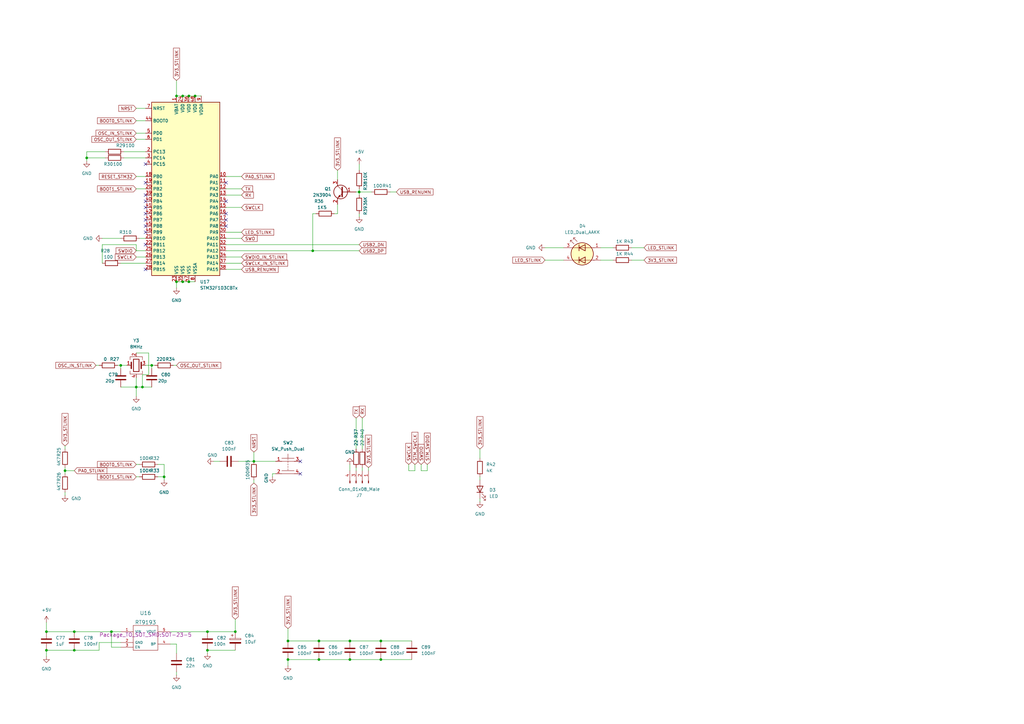
<source format=kicad_sch>
(kicad_sch (version 20211123) (generator eeschema)
  (paper "A3")
  (lib_symbols
    (symbol "Connector:Conn_01x04_Male" (pin_names (offset 1.016) hide)
      (property "Reference" "J" (at 0 5.08 0))
      (property "Value" "Conn_01x04_Male" (at 0 -7.62 0))
      (symbol "Conn_01x04_Male_1_1"
        (polyline (pts (xy 1.27 -5.08) (xy 0.8636 -5.08)) (stroke (width 0.1524)))
        (polyline (pts (xy 1.27 -2.54) (xy 0.8636 -2.54)) (stroke (width 0.1524)))
        (polyline (pts (xy 1.27 0) (xy 0.8636 0)) (stroke (width 0.1524)))
        (polyline (pts (xy 1.27 2.54) (xy 0.8636 2.54)) (stroke (width 0.1524)))
        (rectangle (start 0.8636 -4.953) (end 0 -5.207) (stroke (width 0.1524)) (fill (type outline)))
        (rectangle (start 0.8636 -2.413) (end 0 -2.667) (stroke (width 0.1524)) (fill (type outline)))
        (rectangle (start 0.8636 0.127) (end 0 -0.127) (stroke (width 0.1524)) (fill (type outline)))
        (rectangle (start 0.8636 2.667) (end 0 2.413) (stroke (width 0.1524)) (fill (type outline)))
        (pin passive line (at 5.08 2.54 180) (length 3.81) (name "Pin_1") (number "1"))
        (pin passive line (at 5.08 0 180) (length 3.81) (name "Pin_2") (number "2"))
        (pin passive line (at 5.08 -2.54 180) (length 3.81) (name "Pin_3") (number "3"))
        (pin passive line (at 5.08 -5.08 180) (length 3.81) (name "Pin_4") (number "4"))
      )
    )
    (symbol "Device:C" (pin_numbers hide) (pin_names (offset 0.254))
      (property "Reference" "C" (at 0.635 2.54 0))
      (property "Value" "C" (at 0.635 -2.54 0))
      (symbol "C_0_1"
        (polyline (pts (xy -2.032 -0.762) (xy 2.032 -0.762)) (stroke (width 0.508)))
        (polyline (pts (xy -2.032 0.762) (xy 2.032 0.762)) (stroke (width 0.508)))
      )
      (symbol "C_1_1"
        (pin passive line (at 0 3.81 270) (length 2.794) (name "~") (number "1"))
        (pin passive line (at 0 -3.81 90) (length 2.794) (name "~") (number "2"))
      )
    )
    (symbol "Device:C_Polarized" (pin_numbers hide) (pin_names (offset 0.254))
      (property "Reference" "C" (at 0.635 2.54 0))
      (property "Value" "C_Polarized" (at 0.635 -2.54 0))
      (symbol "C_Polarized_0_1"
        (rectangle (start -2.286 0.508) (end 2.286 1.016))
        (polyline (pts (xy -1.778 2.286) (xy -0.762 2.286)))
        (polyline (pts (xy -1.27 2.794) (xy -1.27 1.778)))
        (rectangle (start 2.286 -0.508) (end -2.286 -1.016) (fill (type outline)))
      )
      (symbol "C_Polarized_1_1"
        (pin passive line (at 0 3.81 270) (length 2.794) (name "~") (number "1"))
        (pin passive line (at 0 -3.81 90) (length 2.794) (name "~") (number "2"))
      )
    )
    (symbol "Device:Crystal_GND24" (pin_names (offset 1.016) hide)
      (property "Reference" "Y" (at 3.175 5.08 0))
      (property "Value" "Crystal_GND24" (at 3.175 3.175 0))
      (symbol "Crystal_GND24_0_1"
        (rectangle (start -1.143 2.54) (end 1.143 -2.54) (stroke (width 0.3048)))
        (polyline (pts (xy -2.54 0) (xy -2.032 0)))
        (polyline (pts (xy -2.032 -1.27) (xy -2.032 1.27)) (stroke (width 0.508)))
        (polyline (pts (xy 0 -3.81) (xy 0 -3.556)))
        (polyline (pts (xy 0 3.556) (xy 0 3.81)))
        (polyline (pts (xy 2.032 -1.27) (xy 2.032 1.27)) (stroke (width 0.508)))
        (polyline (pts (xy 2.032 0) (xy 2.54 0)))
        (polyline (pts (xy -2.54 -2.286) (xy -2.54 -3.556) (xy 2.54 -3.556) (xy 2.54 -2.286)))
        (polyline (pts (xy -2.54 2.286) (xy -2.54 3.556) (xy 2.54 3.556) (xy 2.54 2.286)))
      )
      (symbol "Crystal_GND24_1_1"
        (pin passive line (at -3.81 0 0) (length 1.27) (name "1") (number "1"))
        (pin passive line (at 0 5.08 270) (length 1.27) (name "2") (number "2"))
        (pin passive line (at 3.81 0 180) (length 1.27) (name "3") (number "3"))
        (pin passive line (at 0 -5.08 90) (length 1.27) (name "4") (number "4"))
      )
    )
    (symbol "Device:LED" (pin_numbers hide) (pin_names (offset 1.016) hide)
      (property "Reference" "D" (at 0 2.54 0))
      (property "Value" "LED" (at 0 -2.54 0))
      (symbol "LED_0_1"
        (polyline (pts (xy -1.27 -1.27) (xy -1.27 1.27)) (stroke (width 0.254)))
        (polyline (pts (xy -1.27 0) (xy 1.27 0)))
        (polyline (pts (xy 1.27 -1.27) (xy 1.27 1.27) (xy -1.27 0) (xy 1.27 -1.27)) (stroke (width 0.254)))
        (polyline (pts (xy -3.048 -0.762) (xy -4.572 -2.286) (xy -3.81 -2.286) (xy -4.572 -2.286) (xy -4.572 -1.524)))
        (polyline (pts (xy -1.778 -0.762) (xy -3.302 -2.286) (xy -2.54 -2.286) (xy -3.302 -2.286) (xy -3.302 -1.524)))
      )
      (symbol "LED_1_1"
        (pin passive line (at -3.81 0 0) (length 2.54) (name "K") (number "1"))
        (pin passive line (at 3.81 0 180) (length 2.54) (name "A") (number "2"))
      )
    )
    (symbol "Device:LED_Dual_AAKK" (pin_names (offset 0) hide)
      (property "Reference" "D" (at 0 5.715 0))
      (property "Value" "LED_Dual_AAKK" (at 0 -6.35 0))
      (symbol "LED_Dual_AAKK_0_1"
        (polyline (pts (xy -5.08 -2.54) (xy 2.032 -2.54)))
        (polyline (pts (xy -5.08 2.54) (xy 2.032 2.54)))
        (polyline (pts (xy 1.27 -1.27) (xy 1.27 -3.81)) (stroke (width 0.254)))
        (polyline (pts (xy 1.27 3.81) (xy 1.27 1.27)) (stroke (width 0.254)))
        (polyline (pts (xy 3.81 -2.54) (xy 1.905 -2.54)))
        (polyline (pts (xy 3.81 2.54) (xy 1.905 2.54)))
        (polyline (pts (xy -1.27 -1.27) (xy -1.27 -3.81) (xy 1.27 -2.54) (xy -1.27 -1.27)) (stroke (width 0.254)))
        (polyline (pts (xy -1.27 3.81) (xy -1.27 1.27) (xy 1.27 2.54) (xy -1.27 3.81)) (stroke (width 0.254)))
        (polyline (pts (xy 2.032 5.08) (xy 3.556 6.604) (xy 2.794 6.604) (xy 3.556 6.604) (xy 3.556 5.842)))
        (polyline (pts (xy 3.302 4.064) (xy 4.826 5.588) (xy 4.064 5.588) (xy 4.826 5.588) (xy 4.826 4.826)))
        (circle (center 0 0) (radius 4.572) (stroke (width 0.254)) (fill (type background)))
      )
      (symbol "LED_Dual_AAKK_1_1"
        (pin input line (at -7.62 2.54 0) (length 3.048) (name "A1") (number "1"))
        (pin input line (at -7.62 -2.54 0) (length 3.048) (name "A2") (number "2"))
        (pin input line (at 7.62 2.54 180) (length 3.81) (name "K1") (number "3"))
        (pin input line (at 7.62 -2.54 180) (length 3.81) (name "K2") (number "4"))
      )
    )
    (symbol "Device:R" (pin_numbers hide) (pin_names (offset 0))
      (property "Reference" "R" (at 2.032 0 90))
      (property "Value" "R" (at 0 0 90))
      (symbol "R_0_1"
        (rectangle (start -1.016 -2.54) (end 1.016 2.54) (stroke (width 0.254)))
      )
      (symbol "R_1_1"
        (pin passive line (at 0 3.81 270) (length 1.27) (name "~") (number "1"))
        (pin passive line (at 0 -3.81 90) (length 1.27) (name "~") (number "2"))
      )
    )
    (symbol "MCU_ST_STM32F1:STM32F103CBTx"
      (property "Reference" "U" (at -15.24 36.83 0))
      (property "Value" "STM32F103CBTx" (at 7.62 36.83 0))
      (symbol "STM32F103CBTx_0_1"
        (rectangle (start -15.24 -35.56) (end 12.7 35.56) (stroke (width 0.254)) (fill (type background)))
      )
      (symbol "STM32F103CBTx_1_1"
        (pin power_in line (at -5.08 38.1 270) (length 2.54) (name "VBAT") (number "1"))
        (pin bidirectional line (at 15.24 5.08 180) (length 2.54) (name "PA0") (number "10"))
        (pin bidirectional line (at 15.24 2.54 180) (length 2.54) (name "PA1") (number "11"))
        (pin bidirectional line (at 15.24 0 180) (length 2.54) (name "PA2") (number "12"))
        (pin bidirectional line (at 15.24 -2.54 180) (length 2.54) (name "PA3") (number "13"))
        (pin bidirectional line (at 15.24 -5.08 180) (length 2.54) (name "PA4") (number "14"))
        (pin bidirectional line (at 15.24 -7.62 180) (length 2.54) (name "PA5") (number "15"))
        (pin bidirectional line (at 15.24 -10.16 180) (length 2.54) (name "PA6") (number "16"))
        (pin bidirectional line (at 15.24 -12.7 180) (length 2.54) (name "PA7") (number "17"))
        (pin bidirectional line (at -17.78 5.08 0) (length 2.54) (name "PB0") (number "18"))
        (pin bidirectional line (at -17.78 2.54 0) (length 2.54) (name "PB1") (number "19"))
        (pin bidirectional line (at -17.78 15.24 0) (length 2.54) (name "PC13") (number "2"))
        (pin bidirectional line (at -17.78 0 0) (length 2.54) (name "PB2") (number "20"))
        (pin bidirectional line (at -17.78 -20.32 0) (length 2.54) (name "PB10") (number "21"))
        (pin bidirectional line (at -17.78 -22.86 0) (length 2.54) (name "PB11") (number "22"))
        (pin power_in line (at -5.08 -38.1 90) (length 2.54) (name "VSS") (number "23"))
        (pin power_in line (at -2.54 38.1 270) (length 2.54) (name "VDD") (number "24"))
        (pin bidirectional line (at -17.78 -25.4 0) (length 2.54) (name "PB12") (number "25"))
        (pin bidirectional line (at -17.78 -27.94 0) (length 2.54) (name "PB13") (number "26"))
        (pin bidirectional line (at -17.78 -30.48 0) (length 2.54) (name "PB14") (number "27"))
        (pin bidirectional line (at -17.78 -33.02 0) (length 2.54) (name "PB15") (number "28"))
        (pin bidirectional line (at 15.24 -15.24 180) (length 2.54) (name "PA8") (number "29"))
        (pin bidirectional line (at -17.78 12.7 0) (length 2.54) (name "PC14") (number "3"))
        (pin bidirectional line (at 15.24 -17.78 180) (length 2.54) (name "PA9") (number "30"))
        (pin bidirectional line (at 15.24 -20.32 180) (length 2.54) (name "PA10") (number "31"))
        (pin bidirectional line (at 15.24 -22.86 180) (length 2.54) (name "PA11") (number "32"))
        (pin bidirectional line (at 15.24 -25.4 180) (length 2.54) (name "PA12") (number "33"))
        (pin bidirectional line (at 15.24 -27.94 180) (length 2.54) (name "PA13") (number "34"))
        (pin power_in line (at -2.54 -38.1 90) (length 2.54) (name "VSS") (number "35"))
        (pin power_in line (at 0 38.1 270) (length 2.54) (name "VDD") (number "36"))
        (pin bidirectional line (at 15.24 -30.48 180) (length 2.54) (name "PA14") (number "37"))
        (pin bidirectional line (at 15.24 -33.02 180) (length 2.54) (name "PA15") (number "38"))
        (pin bidirectional line (at -17.78 -2.54 0) (length 2.54) (name "PB3") (number "39"))
        (pin bidirectional line (at -17.78 10.16 0) (length 2.54) (name "PC15") (number "4"))
        (pin bidirectional line (at -17.78 -5.08 0) (length 2.54) (name "PB4") (number "40"))
        (pin bidirectional line (at -17.78 -7.62 0) (length 2.54) (name "PB5") (number "41"))
        (pin bidirectional line (at -17.78 -10.16 0) (length 2.54) (name "PB6") (number "42"))
        (pin bidirectional line (at -17.78 -12.7 0) (length 2.54) (name "PB7") (number "43"))
        (pin input line (at -17.78 27.94 0) (length 2.54) (name "BOOT0") (number "44"))
        (pin bidirectional line (at -17.78 -15.24 0) (length 2.54) (name "PB8") (number "45"))
        (pin bidirectional line (at -17.78 -17.78 0) (length 2.54) (name "PB9") (number "46"))
        (pin power_in line (at 0 -38.1 90) (length 2.54) (name "VSS") (number "47"))
        (pin power_in line (at 2.54 38.1 270) (length 2.54) (name "VDD") (number "48"))
        (pin input line (at -17.78 22.86 0) (length 2.54) (name "PD0") (number "5"))
        (pin input line (at -17.78 20.32 0) (length 2.54) (name "PD1") (number "6"))
        (pin input line (at -17.78 33.02 0) (length 2.54) (name "NRST") (number "7"))
        (pin power_in line (at 2.54 -38.1 90) (length 2.54) (name "VSSA") (number "8"))
        (pin power_in line (at 5.08 38.1 270) (length 2.54) (name "VDDA") (number "9"))
      )
    )
    (symbol "Switch:SW_Push_Dual_4" (pin_names (offset 1.016) hide)
      (property "Reference" "SW6" (at -3.81 16.51 90))
      (property "Value" "SW_Push_Dual_4" (at 1.27 21.59 90))
      (symbol "SW_Push_Dual_4_0_1"
        (polyline (pts (xy -2.54 -5.08) (xy 2.54 -5.08)))
        (polyline (pts (xy -2.54 0) (xy 2.54 0)))
        (polyline (pts (xy 0 -3.048) (xy 0 -3.556)))
        (polyline (pts (xy 0 -2.032) (xy 0 -2.54)))
        (polyline (pts (xy 0 -1.524) (xy 0 -1.016)))
        (polyline (pts (xy 0 -0.508) (xy 0 0)))
        (polyline (pts (xy 0 0.508) (xy 0 1.016)))
        (polyline (pts (xy 0 1.27) (xy 0 3.048)))
        (polyline (pts (xy 2.54 -3.81) (xy -2.54 -3.81)))
        (polyline (pts (xy 2.54 1.27) (xy -2.54 1.27)))
        (pin passive line (at -5.08 0 0) (length 2.54) (name "1") (number "1"))
        (pin passive line (at -5.08 -5.08 0) (length 2.54) (name "2") (number "2"))
        (pin passive line (at 5.08 0 180) (length 2.54) (name "3") (number "3"))
        (pin passive line (at 5.08 -5.08 180) (length 2.54) (name "4") (number "4"))
      )
    )
    (symbol "TX0RX0:RT9193" (pin_names (offset 0.762))
      (property "Reference" "U" (at -2.54 7.62 0))
      (property "Value" "RT9193" (at 0 5.08 0))
      (property "Datasheet" "www.richtek.com/download_ds.jsp?s=248" (at 0 0 0))
      (symbol "RT9193_0_1"
        (rectangle (start -5.08 3.81) (end 5.08 -6.35))
      )
      (symbol "RT9193_1_1"
        (pin input line (at -10.16 1.27 0) (length 5.08) (name "VIN") (number "1"))
        (pin input line (at -10.16 -3.175 0) (length 5.08) (name "GND") (number "2"))
        (pin input line (at -10.16 -5.08 0) (length 5.08) (name "EN") (number "3"))
        (pin power_out line (at 10.16 -3.81 180) (length 5.08) (name "BP") (number "4"))
        (pin power_out line (at 10.16 1.27 180) (length 5.08) (name "VOUT") (number "5"))
      )
    )
    (symbol "Transistor_BJT:BC817" (pin_names (offset 0) hide)
      (property "Reference" "Q" (at 5.08 1.905 0))
      (property "Value" "BC817" (at 5.08 0 0))
      (symbol "BC817_0_1"
        (polyline (pts (xy 0.635 0.635) (xy 2.54 2.54)))
        (polyline (pts (xy 0.635 -0.635) (xy 2.54 -2.54) (xy 2.54 -2.54)))
        (polyline (pts (xy 0.635 1.905) (xy 0.635 -1.905) (xy 0.635 -1.905)) (stroke (width 0.508)))
        (polyline (pts (xy 1.27 -1.778) (xy 1.778 -1.27) (xy 2.286 -2.286) (xy 1.27 -1.778) (xy 1.27 -1.778)) (fill (type outline)))
        (circle (center 1.27 0) (radius 2.8194) (stroke (width 0.254)))
      )
      (symbol "BC817_1_1"
        (pin input line (at -5.08 0 0) (length 5.715) (name "B") (number "1"))
        (pin passive line (at 2.54 -5.08 90) (length 2.54) (name "E") (number "2"))
        (pin passive line (at 2.54 5.08 270) (length 2.54) (name "C") (number "3"))
      )
    )
    (symbol "power:+5V" (power) (pin_names (offset 0))
      (property "Value" "+5V" (at 0 3.556 0))
      (symbol "+5V_0_1"
        (polyline (pts (xy -0.762 1.27) (xy 0 2.54)))
        (polyline (pts (xy 0 0) (xy 0 2.54)))
        (polyline (pts (xy 0 2.54) (xy 0.762 1.27)))
      )
      (symbol "+5V_1_1"
        (pin power_in line (at 0 0 90) (length 0) hide (name "+5V") (number "1"))
      )
    )
    (symbol "power:GND" (power) (pin_names (offset 0))
      (property "Value" "GND" (at 0 -3.81 0))
      (symbol "GND_0_1"
        (polyline (pts (xy 0 0) (xy 0 -1.27) (xy 1.27 -1.27) (xy 0 -2.54) (xy -1.27 -1.27) (xy 0 -1.27)))
      )
      (symbol "GND_1_1"
        (pin power_in line (at 0 0 270) (length 0) hide (name "GND") (number "1"))
      )
    )
  )
  (junction (at 77.47 39.37))
  (junction (at 72.39 115.57))
  (junction (at 72.39 39.37))
  (junction (at 104.14 189.23))
  (junction (at 67.31 195.58))
  (junction (at 143.51 270.51))
  (junction (at 26.67 193.04))
  (junction (at 96.52 259.08))
  (junction (at 85.09 266.7))
  (junction (at 130.81 270.51))
  (junction (at 74.93 39.37))
  (junction (at 55.88 158.75))
  (junction (at 118.11 270.51))
  (junction (at 19.05 259.08))
  (junction (at 156.21 270.51))
  (junction (at 143.51 262.89))
  (junction (at 118.11 262.89))
  (junction (at 147.32 78.74))
  (junction (at 35.56 64.77))
  (junction (at 130.81 262.89))
  (junction (at 49.53 149.86))
  (junction (at 74.93 115.57))
  (junction (at 45.72 259.08))
  (junction (at 30.48 266.7))
  (junction (at 85.09 259.08))
  (junction (at 77.47 115.57))
  (junction (at 156.21 262.89))
  (junction (at 19.05 266.7))
  (junction (at 62.23 149.86))
  (junction (at 128.27 102.87))
  (junction (at 80.01 39.37))
  (junction (at 58.42 158.75))
  (junction (at 30.48 259.08))
  (no_connect (at 123.19 189.23))
  (no_connect (at 123.19 194.31))
  (no_connect (at 59.69 100.33))
  (no_connect (at 59.69 87.63))
  (no_connect (at 59.69 95.25))
  (no_connect (at 59.69 92.71))
  (no_connect (at 59.69 90.17))
  (no_connect (at 59.69 110.49))
  (no_connect (at 59.69 74.93))
  (no_connect (at 59.69 82.55))
  (no_connect (at 59.69 80.01))
  (no_connect (at 59.69 85.09))
  (no_connect (at 92.71 90.17))
  (no_connect (at 92.71 92.71))
  (no_connect (at 92.71 87.63))
  (no_connect (at 92.71 82.55))
  (no_connect (at 92.71 74.93))
  (no_connect (at 59.69 67.31))
  (wire (pts (xy 60.96 144.78) (xy 60.96 153.67)))
  (wire (pts (xy 55.88 54.61) (xy 59.69 54.61)))
  (wire (pts (xy 130.81 262.89) (xy 143.51 262.89)))
  (wire (pts (xy 143.51 270.51) (xy 156.21 270.51)))
  (wire (pts (xy 223.52 106.68) (xy 231.14 106.68)))
  (wire (pts (xy 19.05 266.7) (xy 30.48 266.7)))
  (wire (pts (xy 92.71 110.49) (xy 99.06 110.49)))
  (wire (pts (xy 246.38 101.6) (xy 251.46 101.6)))
  (wire (pts (xy 147.32 77.47) (xy 147.32 78.74)))
  (wire (pts (xy 55.88 77.47) (xy 59.69 77.47)))
  (wire (pts (xy 146.05 191.77) (xy 146.05 193.04)))
  (wire (pts (xy 72.39 264.16) (xy 72.39 267.97)))
  (wire (pts (xy 58.42 158.75) (xy 62.23 158.75)))
  (wire (pts (xy 49.53 107.95) (xy 59.69 107.95)))
  (wire (pts (xy 118.11 270.51) (xy 118.11 273.05)))
  (wire (pts (xy 55.88 144.78) (xy 60.96 144.78)))
  (wire (pts (xy 49.53 158.75) (xy 55.88 158.75)))
  (wire (pts (xy 167.64 193.04) (xy 170.18 193.04)))
  (wire (pts (xy 35.56 62.23) (xy 43.18 62.23)))
  (wire (pts (xy 259.08 101.6) (xy 264.16 101.6)))
  (wire (pts (xy 57.15 97.79) (xy 59.69 97.79)))
  (wire (pts (xy 72.39 115.57) (xy 72.39 118.11)))
  (wire (pts (xy 55.88 102.87) (xy 55.88 100.33)))
  (wire (pts (xy 92.71 97.79) (xy 99.06 97.79)))
  (wire (pts (xy 55.88 154.94) (xy 55.88 158.75)))
  (wire (pts (xy 55.88 102.87) (xy 59.69 102.87)))
  (wire (pts (xy 72.39 33.02) (xy 72.39 39.37)))
  (wire (pts (xy 64.77 195.58) (xy 67.31 195.58)))
  (wire (pts (xy 156.21 270.51) (xy 168.91 270.51)))
  (wire (pts (xy 35.56 66.04) (xy 35.56 64.77)))
  (wire (pts (xy 160.02 78.74) (xy 162.56 78.74)))
  (wire (pts (xy 62.23 149.86) (xy 62.23 151.13)))
  (wire (pts (xy 118.11 262.89) (xy 130.81 262.89)))
  (wire (pts (xy 55.88 57.15) (xy 59.69 57.15)))
  (wire (pts (xy 196.85 204.47) (xy 196.85 205.74)))
  (wire (pts (xy 129.54 87.63) (xy 128.27 87.63)))
  (wire (pts (xy 69.85 264.16) (xy 72.39 264.16)))
  (wire (pts (xy 111.76 194.31) (xy 113.03 194.31)))
  (wire (pts (xy 104.14 185.42) (xy 104.14 189.23)))
  (wire (pts (xy 67.31 190.5) (xy 67.31 195.58)))
  (wire (pts (xy 30.48 259.08) (xy 45.72 259.08)))
  (wire (pts (xy 148.59 171.45) (xy 148.59 184.15)))
  (wire (pts (xy 40.64 266.7) (xy 30.48 266.7)))
  (wire (pts (xy 55.88 195.58) (xy 57.15 195.58)))
  (wire (pts (xy 49.53 149.86) (xy 52.07 149.86)))
  (wire (pts (xy 19.05 255.27) (xy 19.05 259.08)))
  (wire (pts (xy 26.67 201.93) (xy 26.67 203.2)))
  (wire (pts (xy 97.79 189.23) (xy 104.14 189.23)))
  (wire (pts (xy 55.88 72.39) (xy 59.69 72.39)))
  (wire (pts (xy 69.85 259.08) (xy 85.09 259.08)))
  (wire (pts (xy 130.81 270.51) (xy 143.51 270.51)))
  (wire (pts (xy 26.67 182.88) (xy 26.67 184.15)))
  (wire (pts (xy 74.93 115.57) (xy 77.47 115.57)))
  (wire (pts (xy 175.26 190.5) (xy 175.26 193.04)))
  (wire (pts (xy 72.39 39.37) (xy 74.93 39.37)))
  (wire (pts (xy 196.85 184.15) (xy 196.85 187.96)))
  (wire (pts (xy 60.96 153.67) (xy 58.42 153.67)))
  (wire (pts (xy 118.11 270.51) (xy 130.81 270.51)))
  (wire (pts (xy 85.09 259.08) (xy 96.52 259.08)))
  (wire (pts (xy 45.72 259.08) (xy 45.72 265.43)))
  (wire (pts (xy 151.13 191.77) (xy 151.13 193.04)))
  (wire (pts (xy 111.76 195.58) (xy 111.76 194.31)))
  (wire (pts (xy 147.32 67.31) (xy 147.32 69.85)))
  (wire (pts (xy 45.72 265.43) (xy 49.53 265.43)))
  (wire (pts (xy 92.71 85.09) (xy 99.06 85.09)))
  (wire (pts (xy 167.64 190.5) (xy 167.64 193.04)))
  (wire (pts (xy 50.8 62.23) (xy 59.69 62.23)))
  (wire (pts (xy 259.08 106.68) (xy 264.16 106.68)))
  (wire (pts (xy 147.32 78.74) (xy 146.05 78.74)))
  (wire (pts (xy 172.72 193.04) (xy 175.26 193.04)))
  (wire (pts (xy 92.71 77.47) (xy 99.06 77.47)))
  (wire (pts (xy 19.05 259.08) (xy 30.48 259.08)))
  (wire (pts (xy 55.88 158.75) (xy 55.88 162.56)))
  (wire (pts (xy 35.56 64.77) (xy 35.56 62.23)))
  (wire (pts (xy 58.42 153.67) (xy 58.42 158.75)))
  (wire (pts (xy 55.88 158.75) (xy 58.42 158.75)))
  (wire (pts (xy 246.38 106.68) (xy 251.46 106.68)))
  (wire (pts (xy 39.37 149.86) (xy 40.64 149.86)))
  (wire (pts (xy 72.39 115.57) (xy 74.93 115.57)))
  (wire (pts (xy 85.09 266.7) (xy 96.52 266.7)))
  (wire (pts (xy 55.88 49.53) (xy 59.69 49.53)))
  (wire (pts (xy 147.32 78.74) (xy 152.4 78.74)))
  (wire (pts (xy 138.43 87.63) (xy 138.43 83.82)))
  (wire (pts (xy 104.14 196.85) (xy 104.14 198.12)))
  (wire (pts (xy 128.27 102.87) (xy 147.32 102.87)))
  (wire (pts (xy 80.01 39.37) (xy 82.55 39.37)))
  (wire (pts (xy 74.93 39.37) (xy 77.47 39.37)))
  (wire (pts (xy 147.32 80.01) (xy 147.32 78.74)))
  (wire (pts (xy 64.77 190.5) (xy 67.31 190.5)))
  (wire (pts (xy 156.21 262.89) (xy 168.91 262.89)))
  (wire (pts (xy 87.63 189.23) (xy 90.17 189.23)))
  (wire (pts (xy 62.23 149.86) (xy 63.5 149.86)))
  (wire (pts (xy 137.16 87.63) (xy 138.43 87.63)))
  (wire (pts (xy 35.56 64.77) (xy 43.18 64.77)))
  (wire (pts (xy 49.53 263.525) (xy 40.64 263.525)))
  (wire (pts (xy 26.67 193.04) (xy 30.48 193.04)))
  (wire (pts (xy 92.71 100.33) (xy 147.32 100.33)))
  (wire (pts (xy 104.14 189.23) (xy 113.03 189.23)))
  (wire (pts (xy 77.47 39.37) (xy 80.01 39.37)))
  (wire (pts (xy 67.31 195.58) (xy 67.31 196.85)))
  (wire (pts (xy 26.67 191.77) (xy 26.67 193.04)))
  (wire (pts (xy 143.51 190.5) (xy 143.51 193.04)))
  (wire (pts (xy 50.8 64.77) (xy 59.69 64.77)))
  (wire (pts (xy 138.43 69.85) (xy 138.43 73.66)))
  (wire (pts (xy 71.12 149.86) (xy 72.39 149.86)))
  (wire (pts (xy 59.69 149.86) (xy 62.23 149.86)))
  (wire (pts (xy 196.85 195.58) (xy 196.85 196.85)))
  (wire (pts (xy 55.88 100.33) (xy 41.91 100.33)))
  (wire (pts (xy 19.05 266.7) (xy 19.05 269.24)))
  (wire (pts (xy 77.47 115.57) (xy 80.01 115.57)))
  (wire (pts (xy 85.09 266.7) (xy 85.09 267.97)))
  (wire (pts (xy 55.88 105.41) (xy 59.69 105.41)))
  (wire (pts (xy 146.05 171.45) (xy 146.05 184.15)))
  (wire (pts (xy 41.91 97.79) (xy 49.53 97.79)))
  (wire (pts (xy 92.71 95.25) (xy 99.06 95.25)))
  (wire (pts (xy 172.72 190.5) (xy 172.72 193.04)))
  (wire (pts (xy 96.52 254) (xy 96.52 259.08)))
  (wire (pts (xy 55.88 44.45) (xy 59.69 44.45)))
  (wire (pts (xy 72.39 275.59) (xy 72.39 276.86)))
  (wire (pts (xy 48.26 149.86) (xy 49.53 149.86)))
  (wire (pts (xy 170.18 190.5) (xy 170.18 193.04)))
  (wire (pts (xy 223.52 101.6) (xy 231.14 101.6)))
  (wire (pts (xy 143.51 262.89) (xy 156.21 262.89)))
  (wire (pts (xy 45.72 259.08) (xy 49.53 259.08)))
  (wire (pts (xy 40.64 263.525) (xy 40.64 266.7)))
  (wire (pts (xy 147.32 87.63) (xy 147.32 88.9)))
  (wire (pts (xy 41.91 100.33) (xy 41.91 107.95)))
  (wire (pts (xy 92.71 105.41) (xy 99.06 105.41)))
  (wire (pts (xy 55.88 190.5) (xy 57.15 190.5)))
  (wire (pts (xy 148.59 191.77) (xy 148.59 193.04)))
  (wire (pts (xy 128.27 87.63) (xy 128.27 102.87)))
  (wire (pts (xy 118.11 257.81) (xy 118.11 262.89)))
  (wire (pts (xy 92.71 107.95) (xy 99.06 107.95)))
  (wire (pts (xy 92.71 80.01) (xy 99.06 80.01)))
  (wire (pts (xy 92.71 102.87) (xy 128.27 102.87)))
  (wire (pts (xy 26.67 193.04) (xy 26.67 194.31)))
  (wire (pts (xy 92.71 72.39) (xy 99.06 72.39)))
  (wire (pts (xy 49.53 149.86) (xy 49.53 151.13)))
  (global_label "3V3_STLINK" (shape input) (at 264.16 106.68 0) (property "Intersheet References" "${INTERSHEET_REFS}" (effects hide)))
  (global_label "3V3_STLINK" (shape input) (at 96.52 254 90) (property "Intersheet References" "${INTERSHEET_REFS}" (effects hide)))
  (global_label "NRST" (shape input) (at 55.88 44.45 180) (property "Intersheet References" "${INTERSHEET_REFS}" (effects hide)))
  (global_label "TX" (shape input) (at 146.05 171.45 90) (property "Intersheet References" "${INTERSHEET_REFS}" (effects hide)))
  (global_label "BOOT0_STLINK" (shape input) (at 55.88 49.53 180) (property "Intersheet References" "${INTERSHEET_REFS}" (effects hide)))
  (global_label "OSC_OUT_STLINK" (shape input) (at 72.39 149.86 0) (property "Intersheet References" "${INTERSHEET_REFS}" (effects hide)))
  (global_label "3V3_STLINK" (shape input) (at 196.85 184.15 90) (property "Intersheet References" "${INTERSHEET_REFS}" (effects hide)))
  (global_label "USB_RENUMN" (shape input) (at 162.56 78.74 0) (property "Intersheet References" "${INTERSHEET_REFS}" (effects hide)))
  (global_label "LED_STLINK" (shape input) (at 99.06 95.25 0) (property "Intersheet References" "${INTERSHEET_REFS}" (effects hide)))
  (global_label "PA0_STLINK" (shape input) (at 30.48 193.04 0) (property "Intersheet References" "${INTERSHEET_REFS}" (effects hide)))
  (global_label "OSC_IN_STLINK" (shape input) (at 55.88 54.61 180) (property "Intersheet References" "${INTERSHEET_REFS}" (effects hide)))
  (global_label "SWDIO" (shape input) (at 55.88 102.87 180) (property "Intersheet References" "${INTERSHEET_REFS}" (effects hide)))
  (global_label "RESET_STM32" (shape input) (at 55.88 72.39 180) (property "Intersheet References" "${INTERSHEET_REFS}" (effects hide)))
  (global_label "BOOT0_STLINK" (shape input) (at 55.88 190.5 180) (property "Intersheet References" "${INTERSHEET_REFS}" (effects hide)))
  (global_label "LED_STLINK" (shape input) (at 223.52 106.68 180) (property "Intersheet References" "${INTERSHEET_REFS}" (effects hide)))
  (global_label "SWCLK" (shape input) (at 167.64 190.5 90) (property "Intersheet References" "${INTERSHEET_REFS}" (effects hide)))
  (global_label "3V3_STLINK" (shape input) (at 118.11 257.81 90) (property "Intersheet References" "${INTERSHEET_REFS}" (effects hide)))
  (global_label "3V3_STLINK" (shape input) (at 72.39 33.02 90) (property "Intersheet References" "${INTERSHEET_REFS}" (effects hide)))
  (global_label "BOOT1_STLINK" (shape input) (at 55.88 195.58 180) (property "Intersheet References" "${INTERSHEET_REFS}" (effects hide)))
  (global_label "SWO" (shape input) (at 99.06 97.79 0) (property "Intersheet References" "${INTERSHEET_REFS}" (effects hide)))
  (global_label "3V3_STLINK" (shape input) (at 104.14 198.12 270) (property "Intersheet References" "${INTERSHEET_REFS}" (effects hide)))
  (global_label "USB_RENUMN" (shape input) (at 99.06 110.49 0) (property "Intersheet References" "${INTERSHEET_REFS}" (effects hide)))
  (global_label "SWDIO_IN_STLINK" (shape input) (at 99.06 105.41 0) (property "Intersheet References" "${INTERSHEET_REFS}" (effects hide)))
  (global_label "3V3_STLINK" (shape input) (at 26.67 182.88 90) (property "Intersheet References" "${INTERSHEET_REFS}" (effects hide)))
  (global_label "SWCLK_IN_STLINK" (shape input) (at 99.06 107.95 0) (property "Intersheet References" "${INTERSHEET_REFS}" (effects hide)))
  (global_label "LED_STLINK" (shape input) (at 264.16 101.6 0) (property "Intersheet References" "${INTERSHEET_REFS}" (effects hide)))
  (global_label "3V3_STLINK" (shape input) (at 138.43 69.85 90) (property "Intersheet References" "${INTERSHEET_REFS}" (effects hide)))
  (global_label "NRST" (shape input) (at 104.14 185.42 90) (property "Intersheet References" "${INTERSHEET_REFS}" (effects hide)))
  (global_label "STM_SWDIO" (shape input) (at 175.26 190.5 90) (property "Intersheet References" "${INTERSHEET_REFS}" (effects hide)))
  (global_label "TX" (shape input) (at 99.06 77.47 0) (property "Intersheet References" "${INTERSHEET_REFS}" (effects hide)))
  (global_label "3V3_STLINK" (shape input) (at 151.13 191.77 90) (property "Intersheet References" "${INTERSHEET_REFS}" (effects hide)))
  (global_label "BOOT1_STLINK" (shape input) (at 55.88 77.47 180) (property "Intersheet References" "${INTERSHEET_REFS}" (effects hide)))
  (global_label "STM_SWCLK" (shape input) (at 170.18 190.5 90) (property "Intersheet References" "${INTERSHEET_REFS}" (effects hide)))
  (global_label "SWCLK" (shape input) (at 55.88 105.41 180) (property "Intersheet References" "${INTERSHEET_REFS}" (effects hide)))
  (global_label "OSC_OUT_STLINK" (shape input) (at 55.88 57.15 180) (property "Intersheet References" "${INTERSHEET_REFS}" (effects hide)))
  (global_label "OSC_IN_STLINK" (shape input) (at 39.37 149.86 180) (property "Intersheet References" "${INTERSHEET_REFS}" (effects hide)))
  (global_label "PA0_STLINK" (shape input) (at 99.06 72.39 0) (property "Intersheet References" "${INTERSHEET_REFS}" (effects hide)))
  (global_label "SWCLK" (shape input) (at 99.06 85.09 0) (property "Intersheet References" "${INTERSHEET_REFS}" (effects hide)))
  (global_label "USB2_DP" (shape input) (at 147.32 102.87 0) (property "Intersheet References" "${INTERSHEET_REFS}" (effects hide)))
  (global_label "USB2_DN" (shape input) (at 147.32 100.33 0) (property "Intersheet References" "${INTERSHEET_REFS}" (effects hide)))
  (global_label "RX" (shape input) (at 148.59 171.45 90) (property "Intersheet References" "${INTERSHEET_REFS}" (effects hide)))
  (global_label "SWDIO" (shape input) (at 172.72 190.5 90) (property "Intersheet References" "${INTERSHEET_REFS}" (effects hide)))
  (global_label "RX" (shape input) (at 99.06 80.01 0) (property "Intersheet References" "${INTERSHEET_REFS}" (effects hide)))
  (symbol (lib_id "Device:C") (at 168.91 266.7 0) (unit 1)
    (property "Reference" "C89" (at 172.72 265.4299 0) (effects (justify left)))
    (property "Value" "100nF" (at 172.72 267.9699 0) (effects (justify left)))
    (property "Footprint" "Capacitor_SMD:C_0603_1608Metric_Pad1.08x0.95mm_HandSolder" (effects hide))
  )
  (symbol (lib_id "power:GND") (at 55.88 162.56 0) (unit 1)
    (property "Reference" "#PWR068" (effects hide))
    (property "Value" "GND" (at 55.88 167.64 0))
  )
  (symbol (lib_id "power:GND") (at 87.63 189.23 270) (unit 1)
    (property "Reference" "#PWR073" (effects hide))
    (property "Value" "GND" (at 85.09 186.69 90) (effects (justify left)))
  )
  (symbol (lib_id "Device:R") (at 147.32 73.66 0) (unit 1)
    (property "Reference" "R38" (at 149.86 76.2 90))
    (property "Value" "10K" (at 149.86 72.39 90))
    (property "Footprint" "Resistor_SMD:R_0603_1608Metric_Pad0.98x0.95mm_HandSolder" (effects hide))
  )
  (symbol (lib_id "power:GND") (at 118.11 273.05 0) (unit 1)
    (property "Reference" "#PWR075" (effects hide))
    (property "Value" "GND" (at 118.11 278.13 0))
  )
  (symbol (lib_id "Device:C_Polarized") (at 96.52 262.89 0) (unit 1)
    (property "Reference" "C84" (at 100.33 260.7309 0) (effects (justify left)))
    (property "Value" "10uF" (at 100.33 263.2709 0) (effects (justify left)))
    (property "Footprint" "Capacitor_Tantalum_SMD:CP_EIA-1608-08_AVX-J" (effects hide))
  )
  (symbol (lib_id "Device:R") (at 156.21 78.74 90) (unit 1)
    (property "Reference" "R41" (at 158.75 76.2 90))
    (property "Value" "100" (at 154.94 76.2 90))
    (property "Footprint" "Resistor_SMD:R_0603_1608Metric_Pad0.98x0.95mm_HandSolder" (effects hide))
  )
  (symbol (lib_id "Connector:Conn_01x04_Male") (at 148.59 198.12 270) (mirror x) (unit 1)
    (property "Reference" "J7" (at 147.32 203.2 90))
    (property "Value" "Conn_01x08_Male" (at 147.32 200.66 90))
    (property "Footprint" "Connector_PinSocket_2.54mm:PinSocket_1x04_P2.54mm_Vertical" (effects hide))
  )
  (symbol (lib_id "power:GND") (at 72.39 276.86 0) (unit 1)
    (property "Reference" "#PWR071" (effects hide))
    (property "Value" "GND" (at 72.39 281.94 0))
  )
  (symbol (lib_id "Device:R") (at 255.27 106.68 90) (unit 1)
    (property "Reference" "R44" (at 257.81 104.14 90))
    (property "Value" "1K" (at 254 104.14 90))
    (property "Footprint" "Resistor_SMD:R_0603_1608Metric_Pad0.98x0.95mm_HandSolder" (effects hide))
  )
  (symbol (lib_id "Device:C") (at 30.48 262.89 0) (unit 1)
    (property "Reference" "C78" (at 34.29 261.6199 0) (effects (justify left)))
    (property "Value" "100nF" (at 34.29 264.1599 0) (effects (justify left)))
    (property "Footprint" "Capacitor_SMD:C_0805_2012Metric_Pad1.18x1.45mm_HandSolder" (effects hide))
  )
  (symbol (lib_id "Device:R") (at 60.96 195.58 90) (unit 1)
    (property "Reference" "R33" (at 63.5 193.04 90))
    (property "Value" "100K" (at 59.69 193.04 90))
    (property "Footprint" "Resistor_SMD:R_0603_1608Metric_Pad0.98x0.95mm_HandSolder" (effects hide))
  )
  (symbol (lib_id "Device:C") (at 130.81 266.7 0) (unit 1)
    (property "Reference" "C86" (at 134.62 265.4299 0) (effects (justify left)))
    (property "Value" "100nF" (at 134.62 267.9699 0) (effects (justify left)))
    (property "Footprint" "Capacitor_SMD:C_0603_1608Metric_Pad1.08x0.95mm_HandSolder" (effects hide))
  )
  (symbol (lib_id "Device:R") (at 133.35 87.63 90) (unit 1)
    (property "Reference" "R36" (at 130.81 82.55 90))
    (property "Value" "1K5" (at 132.08 85.09 90))
    (property "Footprint" "Resistor_SMD:R_0603_1608Metric_Pad0.98x0.95mm_HandSolder" (effects hide))
  )
  (symbol (lib_id "MCU_ST_STM32F1:STM32F103CBTx") (at 77.47 77.47 0) (unit 1)
    (property "Reference" "U17" (at 82.0294 115.57 0) (effects (justify left)))
    (property "Value" "STM32F103CBTx" (at 82.0294 118.11 0) (effects (justify left)))
    (property "Footprint" "Package_QFP:LQFP-48_7x7mm_P0.5mm" (effects hide))
    (property "Datasheet" "http://www.st.com/st-web-ui/static/active/en/resource/technical/document/datasheet/CD00161566.pdf" (effects hide))
  )
  (symbol (lib_id "power:GND") (at 85.09 267.97 0) (unit 1)
    (property "Reference" "#PWR072" (effects hide))
    (property "Value" "GND" (at 85.09 273.05 0))
  )
  (symbol (lib_id "power:+5V") (at 19.05 255.27 0) (unit 1)
    (property "Reference" "#PWR063" (effects hide))
    (property "Value" "+5V" (at 19.05 250.19 0))
  )
  (symbol (lib_id "Device:R") (at 60.96 190.5 90) (unit 1)
    (property "Reference" "R32" (at 63.5 187.96 90))
    (property "Value" "100K" (at 59.69 187.96 90))
    (property "Footprint" "Resistor_SMD:R_0603_1608Metric_Pad0.98x0.95mm_HandSolder" (effects hide))
  )
  (symbol (lib_id "Device:C") (at 156.21 266.7 0) (unit 1)
    (property "Reference" "C88" (at 160.02 265.4299 0) (effects (justify left)))
    (property "Value" "100nF" (at 160.02 267.9699 0) (effects (justify left)))
    (property "Footprint" "Capacitor_SMD:C_0603_1608Metric_Pad1.08x0.95mm_HandSolder" (effects hide))
  )
  (symbol (lib_id "Device:C") (at 85.09 262.89 0) (unit 1)
    (property "Reference" "C82" (at 88.9 261.6199 0) (effects (justify left)))
    (property "Value" "100n" (at 87.63 264.16 0) (effects (justify left)))
    (property "Footprint" "Capacitor_SMD:C_0805_2012Metric_Pad1.18x1.45mm_HandSolder" (effects hide))
  )
  (symbol (lib_id "Device:C") (at 93.98 189.23 90) (unit 1)
    (property "Reference" "C83" (at 93.98 181.61 90))
    (property "Value" "100nF" (at 93.98 184.15 90))
    (property "Footprint" "Capacitor_SMD:C_0603_1608Metric_Pad1.08x0.95mm_HandSolder" (effects hide))
  )
  (symbol (lib_id "Device:R") (at 44.45 149.86 90) (unit 1)
    (property "Reference" "R27" (at 46.99 147.32 90))
    (property "Value" "0" (at 43.18 147.32 90))
    (property "Footprint" "Resistor_SMD:R_0603_1608Metric_Pad0.98x0.95mm_HandSolder" (effects hide))
  )
  (symbol (lib_id "power:+5V") (at 147.32 67.31 0) (unit 1)
    (property "Reference" "#PWR077" (effects hide))
    (property "Value" "+5V" (at 147.32 62.23 0))
  )
  (symbol (lib_id "power:GND") (at 147.32 88.9 0) (unit 1)
    (property "Reference" "#PWR078" (effects hide))
    (property "Value" "GND" (at 147.32 93.98 0))
  )
  (symbol (lib_id "Device:R") (at 67.31 149.86 90) (unit 1)
    (property "Reference" "R34" (at 69.85 147.32 90))
    (property "Value" "220" (at 66.04 147.32 90))
    (property "Footprint" "Resistor_SMD:R_0603_1608Metric_Pad0.98x0.95mm_HandSolder" (effects hide))
  )
  (symbol (lib_id "Device:R") (at 147.32 83.82 0) (unit 1)
    (property "Reference" "R39" (at 149.86 86.36 90))
    (property "Value" "36K" (at 149.86 82.55 90))
    (property "Footprint" "Resistor_SMD:R_0603_1608Metric_Pad0.98x0.95mm_HandSolder" (effects hide))
  )
  (symbol (lib_id "Device:R") (at 46.99 64.77 270) (unit 1)
    (property "Reference" "R30" (at 44.45 67.31 90))
    (property "Value" "100" (at 48.26 67.31 90))
    (property "Footprint" "Resistor_SMD:R_0603_1608Metric_Pad0.98x0.95mm_HandSolder" (effects hide))
  )
  (symbol (lib_id "Transistor_BJT:BC817") (at 140.97 78.74 0) (mirror y) (unit 1)
    (property "Reference" "Q1" (at 135.89 77.4699 0) (effects (justify left)))
    (property "Value" "2N3904" (at 135.89 80.0099 0) (effects (justify left)))
    (property "Footprint" "Package_TO_SOT_SMD:SOT-23" (effects hide))
    (property "Datasheet" "https://www.onsemi.com/pub/Collateral/BC818-D.pdf" (effects hide))
  )
  (symbol (lib_id "Device:C") (at 49.53 154.94 0) (unit 1)
    (property "Reference" "C79" (at 44.45 153.67 0) (effects (justify left)))
    (property "Value" "20p" (at 43.18 156.21 0) (effects (justify left)))
    (property "Footprint" "Capacitor_SMD:C_0603_1608Metric_Pad1.08x0.95mm_HandSolder" (effects hide))
  )
  (symbol (lib_id "power:GND") (at 143.51 190.5 180) (unit 1)
    (property "Reference" "#PWR076" (effects hide))
    (property "Value" "GND" (at 143.51 185.42 0))
  )
  (symbol (lib_id "power:GND") (at 35.56 66.04 0) (unit 1)
    (property "Reference" "#PWR066" (effects hide))
    (property "Value" "GND" (at 35.56 71.12 0))
  )
  (symbol (lib_id "power:GND") (at 196.85 205.74 0) (unit 1)
    (property "Reference" "#PWR079" (effects hide))
    (property "Value" "GND" (at 196.85 210.82 0))
  )
  (symbol (lib_id "Device:R") (at 26.67 187.96 180) (unit 1)
    (property "Reference" "R25" (at 24.13 185.42 90))
    (property "Value" "4K7" (at 24.13 189.23 90))
    (property "Footprint" "Resistor_SMD:R_0603_1608Metric_Pad0.98x0.95mm_HandSolder" (effects hide))
  )
  (symbol (lib_id "Device:R") (at 46.99 62.23 90) (unit 1)
    (property "Reference" "R29" (at 49.53 59.69 90))
    (property "Value" "100" (at 53.34 59.69 90))
    (property "Footprint" "Resistor_SMD:R_0603_1608Metric_Pad0.98x0.95mm_HandSolder" (effects hide))
  )
  (symbol (lib_id "Device:R") (at 196.85 191.77 0) (unit 1)
    (property "Reference" "R42" (at 199.39 190.4999 0) (effects (justify left)))
    (property "Value" "4K" (at 199.39 193.0399 0) (effects (justify left)))
    (property "Footprint" "Resistor_SMD:R_0603_1608Metric_Pad0.98x0.95mm_HandSolder" (effects hide))
  )
  (symbol (lib_id "power:GND") (at 26.67 203.2 0) (unit 1)
    (property "Reference" "#PWR065" (effects hide))
    (property "Value" "GND" (at 29.21 204.4699 0) (effects (justify left)))
  )
  (symbol (lib_id "power:GND") (at 72.39 118.11 0) (unit 1)
    (property "Reference" "#PWR070" (effects hide))
    (property "Value" "GND" (at 72.39 123.19 0))
  )
  (symbol (lib_id "Device:C") (at 118.11 266.7 0) (unit 1)
    (property "Reference" "C85" (at 121.92 265.4299 0) (effects (justify left)))
    (property "Value" "100nF" (at 121.92 267.9699 0) (effects (justify left)))
    (property "Footprint" "Capacitor_SMD:C_0603_1608Metric_Pad1.08x0.95mm_HandSolder" (effects hide))
  )
  (symbol (lib_id "power:GND") (at 223.52 101.6 270) (unit 1)
    (property "Reference" "#PWR080" (effects hide))
    (property "Value" "GND" (at 219.71 101.5999 90) (effects (justify right)))
  )
  (symbol (lib_id "Device:R") (at 53.34 97.79 90) (unit 1)
    (property "Reference" "R31" (at 50.8 95.25 90))
    (property "Value" "0" (at 53.34 95.25 90))
    (property "Footprint" "Resistor_SMD:R_0603_1608Metric_Pad0.98x0.95mm_HandSolder" (effects hide))
  )
  (symbol (lib_id "power:GND") (at 19.05 269.24 0) (unit 1)
    (property "Reference" "#PWR064" (effects hide))
    (property "Value" "GND" (at 19.05 274.32 0))
  )
  (symbol (lib_id "Device:C") (at 19.05 262.89 0) (unit 1)
    (property "Reference" "C77" (at 22.86 261.6199 0) (effects (justify left)))
    (property "Value" "1uF" (at 22.86 264.1599 0) (effects (justify left)))
    (property "Footprint" "Capacitor_SMD:C_0805_2012Metric_Pad1.18x1.45mm_HandSolder" (effects hide))
  )
  (symbol (lib_id "power:GND") (at 67.31 196.85 0) (unit 1)
    (property "Reference" "#PWR069" (effects hide))
    (property "Value" "GND" (at 67.31 201.93 0))
  )
  (symbol (lib_id "Device:R") (at 148.59 187.96 0) (mirror x) (unit 1)
    (property "Reference" "R40" (at 148.59 177.8 90))
    (property "Value" "22" (at 148.59 181.61 90))
    (property "Footprint" "Resistor_SMD:R_0603_1608Metric_Pad0.98x0.95mm_HandSolder" (effects hide))
  )
  (symbol (lib_id "Device:R") (at 104.14 193.04 180) (unit 1)
    (property "Reference" "R35" (at 101.6 190.5 90))
    (property "Value" "100K" (at 101.6 194.31 90))
    (property "Footprint" "Resistor_SMD:R_0603_1608Metric_Pad0.98x0.95mm_HandSolder" (effects hide))
  )
  (symbol (lib_id "Device:C") (at 72.39 271.78 0) (unit 1)
    (property "Reference" "C81" (at 76.2 270.5099 0) (effects (justify left)))
    (property "Value" "22n" (at 76.2 273.0499 0) (effects (justify left)))
    (property "Footprint" "Capacitor_SMD:C_0805_2012Metric_Pad1.18x1.45mm_HandSolder" (effects hide))
  )
  (symbol (lib_id "Device:R") (at 26.67 198.12 180) (unit 1)
    (property "Reference" "R26" (at 24.13 195.58 90))
    (property "Value" "4K7" (at 24.13 199.39 90))
    (property "Footprint" "Resistor_SMD:R_0603_1608Metric_Pad0.98x0.95mm_HandSolder" (effects hide))
  )
  (symbol (lib_id "Device:C") (at 62.23 154.94 0) (unit 1)
    (property "Reference" "C80" (at 66.04 153.67 0) (effects (justify left)))
    (property "Value" "20p" (at 64.77 156.21 0) (effects (justify left)))
    (property "Footprint" "Capacitor_SMD:C_0603_1608Metric_Pad1.08x0.95mm_HandSolder" (effects hide))
  )
  (symbol (lib_id "Switch:SW_Push_Dual_4") (at 118.11 189.23 0) (unit 1)
    (property "Reference" "SW2" (at 118.11 181.61 0))
    (property "Value" "SW_Push_Dual" (at 118.11 184.15 0))
    (property "Footprint" "Button_Switch_SMD:SW_Push_1P2T_NO_6x6mm_H9.5mm" (effects hide))
  )
  (symbol (lib_id "Device:C") (at 143.51 266.7 0) (unit 1)
    (property "Reference" "C87" (at 147.32 265.4299 0) (effects (justify left)))
    (property "Value" "100nF" (at 147.32 267.9699 0) (effects (justify left)))
    (property "Footprint" "Capacitor_SMD:C_0603_1608Metric_Pad1.08x0.95mm_HandSolder" (effects hide))
  )
  (symbol (lib_id "Device:LED") (at 196.85 200.66 90) (unit 1)
    (property "Reference" "D3" (at 200.66 200.9774 90) (effects (justify right)))
    (property "Value" "LED" (at 200.66 203.5174 90) (effects (justify right)))
    (property "Footprint" "LED_SMD:LED_0805_2012Metric_Pad1.15x1.40mm_HandSolder" (effects hide))
  )
  (symbol (lib_id "Device:R") (at 45.72 107.95 90) (unit 1)
    (property "Reference" "R28" (at 43.18 102.87 90))
    (property "Value" "100" (at 44.45 105.41 90))
    (property "Footprint" "Resistor_SMD:R_0603_1608Metric_Pad0.98x0.95mm_HandSolder" (effects hide))
  )
  (symbol (lib_id "Device:R") (at 255.27 101.6 90) (unit 1)
    (property "Reference" "R43" (at 257.81 99.06 90))
    (property "Value" "1K" (at 254 99.06 90))
    (property "Footprint" "Resistor_SMD:R_0603_1608Metric_Pad0.98x0.95mm_HandSolder" (effects hide))
  )
  (symbol (lib_id "Device:Crystal_GND24") (at 55.88 149.86 0) (unit 1)
    (property "Reference" "Y3" (at 55.88 139.7 0))
    (property "Value" "8MHz" (at 55.88 142.24 0))
    (property "Footprint" "Crystal:Crystal_SMD_3225-4Pin_3.2x2.5mm" (effects hide))
  )
  (symbol (lib_id "power:GND") (at 111.76 195.58 0) (unit 1)
    (property "Reference" "#PWR074" (effects hide))
    (property "Value" "GND" (at 109.22 198.12 90) (effects (justify left)))
  )
  (symbol (lib_id "TX0RX0:RT9193") (at 59.69 260.35 0) (unit 1)
    (property "Reference" "U16" (at 59.69 251.46 0) (effects (font (size 1.524 1.524))))
    (property "Value" "RT9193" (at 59.69 255.27 0) (effects (font (size 1.524 1.524))))
    (property "Footprint" "Package_TO_SOT_SMD:SOT-23-5" (at 59.69 260.35 0) (effects (font (size 1.524 1.524))))
  )
  (symbol (lib_id "power:GND") (at 41.91 97.79 270) (unit 1)
    (property "Reference" "#PWR067" (effects hide))
    (property "Value" "GND" (at 38.1 97.7899 90) (effects (justify right)))
  )
  (symbol (lib_id "Device:LED_Dual_AAKK") (at 238.76 104.14 0) (mirror y) (unit 1)
    (property "Reference" "D4" (at 238.887 92.71 0))
    (property "Value" "LED_Dual_AAKK" (at 238.887 95.25 0))
    (property "Footprint" "LED_SMD:LED_RGB_Wuerth-PLCC4_3.2x2.8mm_150141M173100" (effects hide))
  )
  (symbol (lib_id "Device:R") (at 146.05 187.96 0) (mirror x) (unit 1)
    (property "Reference" "R37" (at 146.05 177.8 90))
    (property "Value" "22" (at 146.05 181.61 90))
    (property "Footprint" "Resistor_SMD:R_0603_1608Metric_Pad0.98x0.95mm_HandSolder" (effects hide))
  )
)
</source>
